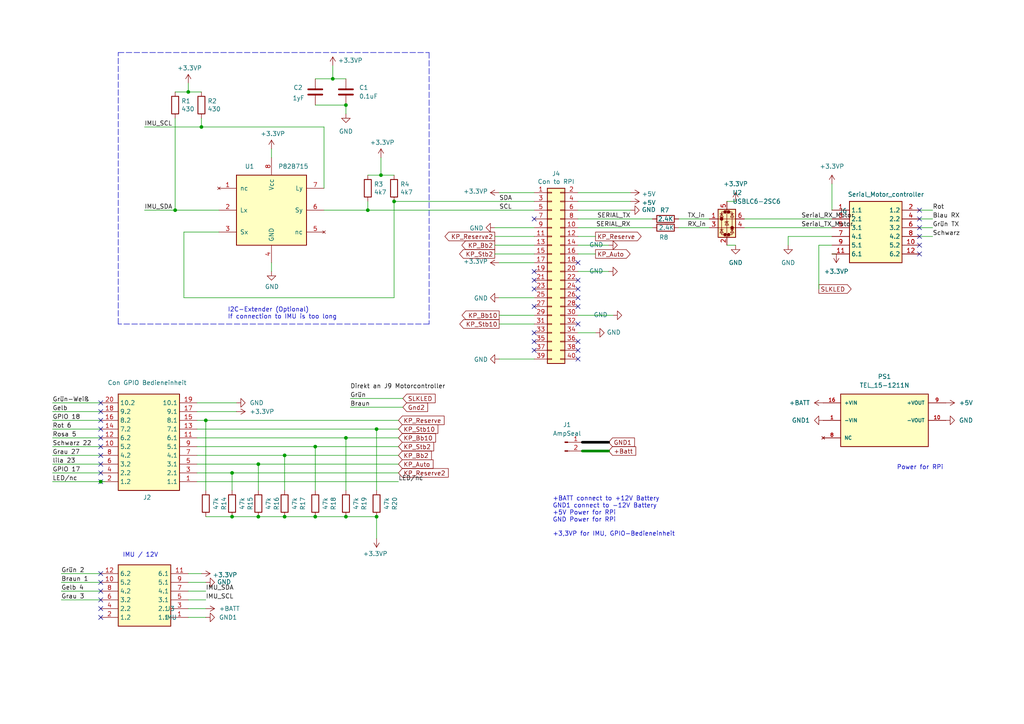
<source format=kicad_sch>
(kicad_sch (version 20231120) (generator "eeschema") (generator_version "8.0")
  (paper "A4")
  (lib_symbols
    (symbol "Connector:Conn_01x02_Pin" (pin_names (offset 1.016) hide)
      (property "Reference" "J" (at 0 2.54 0))
      (property "Value" "Conn_01x02_Pin" (at 0 -5.08 0))
      (symbol "Conn_01x02_Pin_1_1"
        (polyline (pts (xy 1.27 -2.54) (xy 0.8636 -2.54)) (stroke (width 0.1524)))
        (polyline (pts (xy 1.27 0) (xy 0.8636 0)) (stroke (width 0.1524)))
        (rectangle (start 0.8636 -2.413) (end 0 -2.667) (stroke (width 0.1524)) (fill (type outline)))
        (rectangle (start 0.8636 0.127) (end 0 -0.127) (stroke (width 0.1524)) (fill (type outline)))
        (pin passive line (at 5.08 0 180) (length 3.81) (name "Pin_1") (number "1"))
        (pin passive line (at 5.08 -2.54 180) (length 3.81) (name "Pin_2") (number "2"))
      )
    )
    (symbol "Device:C" (pin_numbers hide) (pin_names (offset 0.254))
      (property "Reference" "C" (at 0.635 2.54 0))
      (property "Value" "C" (at 0.635 -2.54 0))
      (symbol "C_0_1"
        (polyline (pts (xy -2.032 -0.762) (xy 2.032 -0.762)) (stroke (width 0.508)))
        (polyline (pts (xy -2.032 0.762) (xy 2.032 0.762)) (stroke (width 0.508)))
      )
      (symbol "C_1_1"
        (pin passive line (at 0 3.81 270) (length 2.794) (name "~") (number "1"))
        (pin passive line (at 0 -3.81 90) (length 2.794) (name "~") (number "2"))
      )
    )
    (symbol "Device:R" (pin_numbers hide) (pin_names (offset 0))
      (property "Reference" "R" (at 2.032 0 90))
      (property "Value" "R" (at 0 0 90))
      (symbol "R_0_1"
        (rectangle (start -1.016 -2.54) (end 1.016 2.54) (stroke (width 0.254)))
      )
      (symbol "R_1_1"
        (pin passive line (at 0 3.81 270) (length 1.27) (name "~") (number "1"))
        (pin passive line (at 0 -3.81 90) (length 1.27) (name "~") (number "2"))
      )
    )
    (symbol "Power_Protection:USBLC6-2SC6" (pin_names hide)
      (property "Reference" "U" (at 0.635 5.715 0))
      (property "Value" "USBLC6-2SC6" (at 0.635 3.81 0))
      (symbol "USBLC6-2SC6_0_0"
        (circle (center -1.524 0) (radius 0.0001) (stroke (width 0.508)))
        (circle (center -0.508 -4.572) (radius 0.0001) (stroke (width 0.508)))
        (circle (center -0.508 2.032) (radius 0.0001) (stroke (width 0.508)))
        (circle (center 0.508 -4.572) (radius 0.0001) (stroke (width 0.508)))
        (circle (center 0.508 2.032) (radius 0.0001) (stroke (width 0.508)))
        (circle (center 1.524 -2.54) (radius 0.0001) (stroke (width 0.508)))
      )
      (symbol "USBLC6-2SC6_0_1"
        (polyline (pts (xy -2.54 -2.54) (xy 2.54 -2.54)))
        (polyline (pts (xy -2.54 0) (xy 2.54 0)))
        (polyline (pts (xy -2.032 -3.048) (xy -1.016 -3.048)))
        (polyline (pts (xy -1.016 1.524) (xy -2.032 1.524)))
        (polyline (pts (xy 1.016 -3.048) (xy 2.032 -3.048)))
        (polyline (pts (xy 1.016 1.524) (xy 2.032 1.524)))
        (polyline (pts (xy -0.508 -1.143) (xy -0.508 -0.762) (xy 0.508 -0.762)))
        (polyline (pts (xy -2.032 0.508) (xy -1.016 0.508) (xy -1.524 1.524) (xy -2.032 0.508)))
        (polyline (pts (xy -1.016 -4.064) (xy -2.032 -4.064) (xy -1.524 -3.048) (xy -1.016 -4.064)))
        (polyline (pts (xy 0.508 -1.778) (xy -0.508 -1.778) (xy 0 -0.762) (xy 0.508 -1.778)))
        (polyline (pts (xy 2.032 -4.064) (xy 1.016 -4.064) (xy 1.524 -3.048) (xy 2.032 -4.064)))
        (polyline (pts (xy 2.032 0.508) (xy 1.016 0.508) (xy 1.524 1.524) (xy 2.032 0.508)))
        (polyline (pts (xy 0 2.54) (xy -0.508 2.032) (xy 0.508 2.032) (xy 0 1.524) (xy 0 -4.064) (xy -0.508 -4.572) (xy 0.508 -4.572) (xy 0 -5.08)))
      )
      (symbol "USBLC6-2SC6_1_1"
        (rectangle (start -2.54 2.794) (end 2.54 -5.334) (stroke (width 0.254)) (fill (type background)))
        (polyline (pts (xy -0.508 2.032) (xy -1.524 2.032) (xy -1.524 -4.572) (xy -0.508 -4.572)))
        (polyline (pts (xy 0.508 -4.572) (xy 1.524 -4.572) (xy 1.524 2.032) (xy 0.508 2.032)))
        (pin passive line (at -5.08 0 0) (length 2.54) (name "I/O1") (number "1"))
        (pin passive line (at 0 -7.62 90) (length 2.54) (name "GND") (number "2"))
        (pin passive line (at -5.08 -2.54 0) (length 2.54) (name "I/O2") (number "3"))
        (pin passive line (at 5.08 -2.54 180) (length 2.54) (name "I/O2") (number "4"))
        (pin passive line (at 0 5.08 270) (length 2.54) (name "VBUS") (number "5"))
        (pin passive line (at 5.08 0 180) (length 2.54) (name "I/O1") (number "6"))
      )
    )
    (symbol "TEL_15-1211N:TEL_15-1211N" (pin_names (offset 1.016))
      (property "Reference" "PS" (at -12.7 8.382 0))
      (property "Value" "TEL_15-1211N" (at -12.954 -10.414 0))
      (symbol "TEL_15-1211N_0_0"
        (rectangle (start -12.7 -7.62) (end 12.7 7.62) (stroke (width 0.254)) (fill (type background)))
        (pin input line (at -17.78 0 0) (length 5.08) (name "-VIN") (number "1"))
        (pin output line (at 17.78 0 180) (length 5.08) (name "-VOUT") (number "10"))
        (pin input line (at -17.78 5.08 0) (length 5.08) (name "+VIN") (number "16"))
        (pin no_connect line (at -17.78 -5.08 0) (length 5.08) (name "NC") (number "8"))
        (pin output line (at 17.78 5.08 180) (length 5.08) (name "+VOUT") (number "9"))
      )
    )
    (symbol "WAGO_218-106:218-106"
      (property "Reference" "J" (at 21.59 7.62 0))
      (property "Value" "218-106" (at 21.59 5.08 0))
      (symbol "218-106_1_1"
        (rectangle (start 5.08 2.54) (end 20.32 -15.24) (stroke (width 0.254)) (fill (type background)))
        (pin passive line (at 0 0 0) (length 5.08) (name "1.1") (number "1"))
        (pin passive line (at 25.4 -10.16 180) (length 5.08) (name "5.2") (number "10"))
        (pin passive line (at 0 -12.7 0) (length 5.08) (name "6.1") (number "11"))
        (pin passive line (at 25.4 -12.7 180) (length 5.08) (name "6.2") (number "12"))
        (pin passive line (at 25.4 0 180) (length 5.08) (name "1.2") (number "2"))
        (pin passive line (at 0 -2.54 0) (length 5.08) (name "2.1") (number "3"))
        (pin passive line (at 25.4 -2.54 180) (length 5.08) (name "2.2") (number "4"))
        (pin passive line (at 0 -5.08 0) (length 5.08) (name "3.1") (number "5"))
        (pin passive line (at 25.4 -5.08 180) (length 5.08) (name "3.2") (number "6"))
        (pin passive line (at 0 -7.62 0) (length 5.08) (name "4.1") (number "7"))
        (pin passive line (at 25.4 -7.62 180) (length 5.08) (name "4.2") (number "8"))
        (pin passive line (at 0 -10.16 0) (length 5.08) (name "5.1") (number "9"))
      )
    )
    (symbol "WAGO_218-510:218-510"
      (property "Reference" "J" (at 24.13 7.62 0))
      (property "Value" "218-510" (at 24.13 5.08 0))
      (symbol "218-510_1_1"
        (rectangle (start 5.08 2.54) (end 22.86 -25.4) (stroke (width 0.254)) (fill (type background)))
        (pin passive line (at 0 0 0) (length 5.08) (name "1.1") (number "1"))
        (pin passive line (at 27.94 -10.16 180) (length 5.08) (name "5.2") (number "10"))
        (pin passive line (at 0 -12.7 0) (length 5.08) (name "6.1") (number "11"))
        (pin passive line (at 27.94 -12.7 180) (length 5.08) (name "6.2") (number "12"))
        (pin passive line (at 0 -15.24 0) (length 5.08) (name "7.1") (number "13"))
        (pin passive line (at 27.94 -15.24 180) (length 5.08) (name "7.2") (number "14"))
        (pin passive line (at 0 -17.78 0) (length 5.08) (name "8.1") (number "15"))
        (pin passive line (at 27.94 -17.78 180) (length 5.08) (name "8.2") (number "16"))
        (pin passive line (at 0 -20.32 0) (length 5.08) (name "9.1") (number "17"))
        (pin passive line (at 27.94 -20.32 180) (length 5.08) (name "9.2") (number "18"))
        (pin passive line (at 0 -22.86 0) (length 5.08) (name "10.1") (number "19"))
        (pin passive line (at 27.94 0 180) (length 5.08) (name "1.2") (number "2"))
        (pin passive line (at 27.94 -22.86 180) (length 5.08) (name "10.2") (number "20"))
        (pin passive line (at 0 -2.54 0) (length 5.08) (name "2.1") (number "3"))
        (pin passive line (at 27.94 -2.54 180) (length 5.08) (name "2.2") (number "4"))
        (pin passive line (at 0 -5.08 0) (length 5.08) (name "3.1") (number "5"))
        (pin passive line (at 27.94 -5.08 180) (length 5.08) (name "3.2") (number "6"))
        (pin passive line (at 0 -7.62 0) (length 5.08) (name "4.1") (number "7"))
        (pin passive line (at 27.94 -7.62 180) (length 5.08) (name "4.2") (number "8"))
        (pin passive line (at 0 -10.16 0) (length 5.08) (name "5.1") (number "9"))
      )
    )
    (symbol "power:+3.3VP" (power) (pin_numbers hide) (pin_names (offset 0) hide)
      (property "Value" "+3.3VP" (at 0 3.556 0))
      (symbol "+3.3VP_0_0"
        (pin power_in line (at 0 0 90) (length 0) (name "~") (number "1"))
      )
      (symbol "+3.3VP_0_1"
        (polyline (pts (xy -0.762 1.27) (xy 0 2.54)))
        (polyline (pts (xy 0 0) (xy 0 2.54)))
        (polyline (pts (xy 0 2.54) (xy 0.762 1.27)))
      )
    )
    (symbol "power:+5V" (power) (pin_numbers hide) (pin_names (offset 0) hide)
      (property "Value" "+5V" (at 0 3.556 0))
      (symbol "+5V_0_1"
        (polyline (pts (xy -0.762 1.27) (xy 0 2.54)))
        (polyline (pts (xy 0 0) (xy 0 2.54)))
        (polyline (pts (xy 0 2.54) (xy 0.762 1.27)))
      )
      (symbol "+5V_1_1"
        (pin power_in line (at 0 0 90) (length 0) (name "~") (number "1"))
      )
    )
    (symbol "power:+BATT" (power) (pin_numbers hide) (pin_names (offset 0) hide)
      (property "Value" "+BATT" (at 0 3.556 0))
      (symbol "+BATT_0_1"
        (polyline (pts (xy -0.762 1.27) (xy 0 2.54)))
        (polyline (pts (xy 0 0) (xy 0 2.54)))
        (polyline (pts (xy 0 2.54) (xy 0.762 1.27)))
      )
      (symbol "+BATT_1_1"
        (pin power_in line (at 0 0 90) (length 0) (name "~") (number "1"))
      )
    )
    (symbol "power:GND" (power) (pin_numbers hide) (pin_names (offset 0) hide)
      (property "Value" "GND" (at 0 -3.81 0))
      (symbol "GND_0_1"
        (polyline (pts (xy 0 0) (xy 0 -1.27) (xy 1.27 -1.27) (xy 0 -2.54) (xy -1.27 -1.27) (xy 0 -1.27)))
      )
      (symbol "GND_1_1"
        (pin power_in line (at 0 0 270) (length 0) (name "~") (number "1"))
      )
    )
    (symbol "power:GND1" (power) (pin_numbers hide) (pin_names (offset 0) hide)
      (property "Value" "GND1" (at 0 -3.81 0))
      (symbol "GND1_0_1"
        (polyline (pts (xy 0 0) (xy 0 -1.27) (xy 1.27 -1.27) (xy 0 -2.54) (xy -1.27 -1.27) (xy 0 -1.27)))
      )
      (symbol "GND1_1_1"
        (pin power_in line (at 0 0 270) (length 0) (name "~") (number "1"))
      )
    )
    (symbol "pypilotmain2024-rescue:+3.3VP-power-pypilotmain-rescue-pypilotmain2023-rescue" (power) (pin_names (offset 0))
      (property "Value" "pypilotmain2023-rescue_+3.3VP-power-pypilotmain-rescue" (at 0 2.54 0))
      (symbol "+3.3VP-power-pypilotmain-rescue-pypilotmain2023-rescue_0_0"
        (pin power_in line (at 0 0 90) (length 0) hide (name "+3.3VP") (number "1"))
      )
      (symbol "+3.3VP-power-pypilotmain-rescue-pypilotmain2023-rescue_0_1"
        (polyline (pts (xy -0.762 1.27) (xy 0 2.54)))
        (polyline (pts (xy 0 0) (xy 0 2.54)))
        (polyline (pts (xy 0 2.54) (xy 0.762 1.27)))
      )
    )
    (symbol "pypilotmain2024-rescue:+5V-power-pypilotmain-rescue-pypilotmain2023-rescue" (power) (pin_names (offset 0))
      (property "Value" "pypilotmain2023-rescue_+5V-power-pypilotmain-rescue" (at 0 3.556 0))
      (symbol "+5V-power-pypilotmain-rescue-pypilotmain2023-rescue_0_1"
        (polyline (pts (xy -0.762 1.27) (xy 0 2.54)))
        (polyline (pts (xy 0 0) (xy 0 2.54)))
        (polyline (pts (xy 0 2.54) (xy 0.762 1.27)))
      )
      (symbol "+5V-power-pypilotmain-rescue-pypilotmain2023-rescue_1_1"
        (pin power_in line (at 0 0 90) (length 0) hide (name "+5V") (number "1"))
      )
    )
    (symbol "pypilotmain2024-rescue:+BATT-power-pypilotmain-rescue-pypilotmain2023-rescue" (power) (pin_names (offset 0))
      (property "Value" "pypilotmain2023-rescue_+BATT-power-pypilotmain-rescue" (at 0 3.556 0))
      (symbol "+BATT-power-pypilotmain-rescue-pypilotmain2023-rescue_0_1"
        (polyline (pts (xy -0.762 1.27) (xy 0 2.54)))
        (polyline (pts (xy 0 0) (xy 0 2.54)))
        (polyline (pts (xy 0 2.54) (xy 0.762 1.27)))
      )
      (symbol "+BATT-power-pypilotmain-rescue-pypilotmain2023-rescue_1_1"
        (pin power_in line (at 0 0 90) (length 0) hide (name "+BATT") (number "1"))
      )
    )
    (symbol "pypilotmain2024-rescue:Conn_02x20_Odd_Even-Connector_Generic-pypilotmain-rescue-pypilotmain2023-rescue" (pin_names (offset 1.016) hide)
      (property "Reference" "J" (at 1.27 25.4 0))
      (property "Value" "pypilotmain2023-rescue_Conn_02x20_Odd_Even-Connector_Generic-pypilotmain-rescue" (at 1.27 -27.94 0))
      (symbol "Conn_02x20_Odd_Even-Connector_Generic-pypilotmain-rescue-pypilotmain2023-rescue_1_1"
        (rectangle (start -1.27 -25.273) (end 0 -25.527) (stroke (width 0.1524)))
        (rectangle (start -1.27 -22.733) (end 0 -22.987) (stroke (width 0.1524)))
        (rectangle (start -1.27 -20.193) (end 0 -20.447) (stroke (width 0.1524)))
        (rectangle (start -1.27 -17.653) (end 0 -17.907) (stroke (width 0.1524)))
        (rectangle (start -1.27 -15.113) (end 0 -15.367) (stroke (width 0.1524)))
        (rectangle (start -1.27 -12.573) (end 0 -12.827) (stroke (width 0.1524)))
        (rectangle (start -1.27 -10.033) (end 0 -10.287) (stroke (width 0.1524)))
        (rectangle (start -1.27 -7.493) (end 0 -7.747) (stroke (width 0.1524)))
        (rectangle (start -1.27 -4.953) (end 0 -5.207) (stroke (width 0.1524)))
        (rectangle (start -1.27 -2.413) (end 0 -2.667) (stroke (width 0.1524)))
        (rectangle (start -1.27 0.127) (end 0 -0.127) (stroke (width 0.1524)))
        (rectangle (start -1.27 2.667) (end 0 2.413) (stroke (width 0.1524)))
        (rectangle (start -1.27 5.207) (end 0 4.953) (stroke (width 0.1524)))
        (rectangle (start -1.27 7.747) (end 0 7.493) (stroke (width 0.1524)))
        (rectangle (start -1.27 10.287) (end 0 10.033) (stroke (width 0.1524)))
        (rectangle (start -1.27 12.827) (end 0 12.573) (stroke (width 0.1524)))
        (rectangle (start -1.27 15.367) (end 0 15.113) (stroke (width 0.1524)))
        (rectangle (start -1.27 17.907) (end 0 17.653) (stroke (width 0.1524)))
        (rectangle (start -1.27 20.447) (end 0 20.193) (stroke (width 0.1524)))
        (rectangle (start -1.27 22.987) (end 0 22.733) (stroke (width 0.1524)))
        (rectangle (start -1.27 24.13) (end 3.81 -26.67) (stroke (width 0.254)) (fill (type background)))
        (rectangle (start 3.81 -25.273) (end 2.54 -25.527) (stroke (width 0.1524)))
        (rectangle (start 3.81 -22.733) (end 2.54 -22.987) (stroke (width 0.1524)))
        (rectangle (start 3.81 -20.193) (end 2.54 -20.447) (stroke (width 0.1524)))
        (rectangle (start 3.81 -17.653) (end 2.54 -17.907) (stroke (width 0.1524)))
        (rectangle (start 3.81 -15.113) (end 2.54 -15.367) (stroke (width 0.1524)))
        (rectangle (start 3.81 -12.573) (end 2.54 -12.827) (stroke (width 0.1524)))
        (rectangle (start 3.81 -10.033) (end 2.54 -10.287) (stroke (width 0.1524)))
        (rectangle (start 3.81 -7.493) (end 2.54 -7.747) (stroke (width 0.1524)))
        (rectangle (start 3.81 -4.953) (end 2.54 -5.207) (stroke (width 0.1524)))
        (rectangle (start 3.81 -2.413) (end 2.54 -2.667) (stroke (width 0.1524)))
        (rectangle (start 3.81 0.127) (end 2.54 -0.127) (stroke (width 0.1524)))
        (rectangle (start 3.81 2.667) (end 2.54 2.413) (stroke (width 0.1524)))
        (rectangle (start 3.81 5.207) (end 2.54 4.953) (stroke (width 0.1524)))
        (rectangle (start 3.81 7.747) (end 2.54 7.493) (stroke (width 0.1524)))
        (rectangle (start 3.81 10.287) (end 2.54 10.033) (stroke (width 0.1524)))
        (rectangle (start 3.81 12.827) (end 2.54 12.573) (stroke (width 0.1524)))
        (rectangle (start 3.81 15.367) (end 2.54 15.113) (stroke (width 0.1524)))
        (rectangle (start 3.81 17.907) (end 2.54 17.653) (stroke (width 0.1524)))
        (rectangle (start 3.81 20.447) (end 2.54 20.193) (stroke (width 0.1524)))
        (rectangle (start 3.81 22.987) (end 2.54 22.733) (stroke (width 0.1524)))
        (pin passive line (at -5.08 22.86 0) (length 3.81) (name "Pin_1") (number "1"))
        (pin passive line (at 7.62 12.7 180) (length 3.81) (name "Pin_10") (number "10"))
        (pin passive line (at -5.08 10.16 0) (length 3.81) (name "Pin_11") (number "11"))
        (pin passive line (at 7.62 10.16 180) (length 3.81) (name "Pin_12") (number "12"))
        (pin passive line (at -5.08 7.62 0) (length 3.81) (name "Pin_13") (number "13"))
        (pin passive line (at 7.62 7.62 180) (length 3.81) (name "Pin_14") (number "14"))
        (pin passive line (at -5.08 5.08 0) (length 3.81) (name "Pin_15") (number "15"))
        (pin passive line (at 7.62 5.08 180) (length 3.81) (name "Pin_16") (number "16"))
        (pin passive line (at -5.08 2.54 0) (length 3.81) (name "Pin_17") (number "17"))
        (pin passive line (at 7.62 2.54 180) (length 3.81) (name "Pin_18") (number "18"))
        (pin passive line (at -5.08 0 0) (length 3.81) (name "Pin_19") (number "19"))
        (pin passive line (at 7.62 22.86 180) (length 3.81) (name "Pin_2") (number "2"))
        (pin passive line (at 7.62 0 180) (length 3.81) (name "Pin_20") (number "20"))
        (pin passive line (at -5.08 -2.54 0) (length 3.81) (name "Pin_21") (number "21"))
        (pin passive line (at 7.62 -2.54 180) (length 3.81) (name "Pin_22") (number "22"))
        (pin passive line (at -5.08 -5.08 0) (length 3.81) (name "Pin_23") (number "23"))
        (pin passive line (at 7.62 -5.08 180) (length 3.81) (name "Pin_24") (number "24"))
        (pin passive line (at -5.08 -7.62 0) (length 3.81) (name "Pin_25") (number "25"))
        (pin passive line (at 7.62 -7.62 180) (length 3.81) (name "Pin_26") (number "26"))
        (pin passive line (at -5.08 -10.16 0) (length 3.81) (name "Pin_27") (number "27"))
        (pin passive line (at 7.62 -10.16 180) (length 3.81) (name "Pin_28") (number "28"))
        (pin passive line (at -5.08 -12.7 0) (length 3.81) (name "Pin_29") (number "29"))
        (pin passive line (at -5.08 20.32 0) (length 3.81) (name "Pin_3") (number "3"))
        (pin passive line (at 7.62 -12.7 180) (length 3.81) (name "Pin_30") (number "30"))
        (pin passive line (at -5.08 -15.24 0) (length 3.81) (name "Pin_31") (number "31"))
        (pin passive line (at 7.62 -15.24 180) (length 3.81) (name "Pin_32") (number "32"))
        (pin passive line (at -5.08 -17.78 0) (length 3.81) (name "Pin_33") (number "33"))
        (pin passive line (at 7.62 -17.78 180) (length 3.81) (name "Pin_34") (number "34"))
        (pin passive line (at -5.08 -20.32 0) (length 3.81) (name "Pin_35") (number "35"))
        (pin passive line (at 7.62 -20.32 180) (length 3.81) (name "Pin_36") (number "36"))
        (pin passive line (at -5.08 -22.86 0) (length 3.81) (name "Pin_37") (number "37"))
        (pin passive line (at 7.62 -22.86 180) (length 3.81) (name "Pin_38") (number "38"))
        (pin passive line (at -5.08 -25.4 0) (length 3.81) (name "Pin_39") (number "39"))
        (pin passive line (at 7.62 20.32 180) (length 3.81) (name "Pin_4") (number "4"))
        (pin passive line (at 7.62 -25.4 180) (length 3.81) (name "Pin_40") (number "40"))
        (pin passive line (at -5.08 17.78 0) (length 3.81) (name "Pin_5") (number "5"))
        (pin passive line (at 7.62 17.78 180) (length 3.81) (name "Pin_6") (number "6"))
        (pin passive line (at -5.08 15.24 0) (length 3.81) (name "Pin_7") (number "7"))
        (pin passive line (at 7.62 15.24 180) (length 3.81) (name "Pin_8") (number "8"))
        (pin passive line (at -5.08 12.7 0) (length 3.81) (name "Pin_9") (number "9"))
      )
    )
    (symbol "pypilotmain2024-rescue:GND-power-pypilotmain-rescue-pypilotmain2023-rescue" (power) (pin_names (offset 0))
      (property "Value" "pypilotmain2023-rescue_GND-power-pypilotmain-rescue" (at 0 -3.81 0))
      (symbol "GND-power-pypilotmain-rescue-pypilotmain2023-rescue_0_1"
        (polyline (pts (xy 0 0) (xy 0 -1.27) (xy 1.27 -1.27) (xy 0 -2.54) (xy -1.27 -1.27) (xy 0 -1.27)))
      )
      (symbol "GND-power-pypilotmain-rescue-pypilotmain2023-rescue_1_1"
        (pin power_in line (at 0 0 270) (length 0) hide (name "GND") (number "1"))
      )
    )
    (symbol "pypilotmain2024-rescue:P82B715-MCU_Microchip_PIC10-pypilotmain-rescue-pypilotmain-rescue-pypilotmain2023-rescue" (pin_names (offset 1.016))
      (property "Reference" "U" (at 1.27 13.97 0))
      (property "Value" "pypilotmain2023-rescue_P82B715-MCU_Microchip_PIC10-pypilotmain-rescue-pypilotmain-rescue" (at 1.27 11.43 0))
      (symbol "P82B715-MCU_Microchip_PIC10-pypilotmain-rescue-pypilotmain-rescue-pypilotmain2023-rescue_0_1"
        (rectangle (start -10.16 10.16) (end 10.16 -10.16) (stroke (width 0.254)) (fill (type background)))
      )
      (symbol "P82B715-MCU_Microchip_PIC10-pypilotmain-rescue-pypilotmain-rescue-pypilotmain2023-rescue_1_1"
        (pin no_connect line (at -15.24 6.35 0) (length 5.08) (name "nc") (number "1"))
        (pin bidirectional line (at -15.24 0 0) (length 5.08) (name "Lx") (number "2"))
        (pin bidirectional line (at -15.24 -6.35 0) (length 5.08) (name "Sx") (number "3"))
        (pin power_in line (at 0 -15.24 90) (length 5.08) (name "GND") (number "4"))
        (pin no_connect line (at 15.24 -6.35 180) (length 5.08) (name "nc") (number "5"))
        (pin bidirectional line (at 15.24 0 180) (length 5.08) (name "Sy") (number "6"))
        (pin bidirectional line (at 15.24 6.35 180) (length 5.08) (name "Ly") (number "7"))
        (pin power_in line (at 0 15.24 270) (length 5.08) (name "Vcc") (number "8"))
      )
    )
    (symbol "pypilotmain2024-rescue:R-Device-pypilotmain-rescue-pypilotmain2023-rescue" (pin_numbers hide) (pin_names (offset 0))
      (property "Reference" "R" (at 2.032 0 90))
      (property "Value" "pypilotmain2023-rescue_R-Device-pypilotmain-rescue" (at 0 0 90))
      (symbol "R-Device-pypilotmain-rescue-pypilotmain2023-rescue_0_1"
        (rectangle (start -1.016 -2.54) (end 1.016 2.54) (stroke (width 0.254)))
      )
      (symbol "R-Device-pypilotmain-rescue-pypilotmain2023-rescue_1_1"
        (pin passive line (at 0 3.81 270) (length 1.27) (name "~") (number "1"))
        (pin passive line (at 0 -3.81 90) (length 1.27) (name "~") (number "2"))
      )
    )
  )
  (junction (at 50.8 60.96))
  (junction (at 106.68 60.96))
  (junction (at 100.33 30.48))
  (junction (at 29.21 139.7))
  (junction (at 67.31 149.86))
  (junction (at 67.31 137.16))
  (junction (at 100.33 149.86))
  (junction (at 96.52 22.86))
  (junction (at 109.22 124.46))
  (junction (at 74.93 149.86))
  (junction (at 110.49 50.8))
  (junction (at 91.44 149.86))
  (junction (at 100.33 127))
  (junction (at 58.42 36.83))
  (junction (at 54.61 26.67))
  (junction (at 109.22 149.86))
  (junction (at 82.55 132.08))
  (junction (at 74.93 134.62))
  (junction (at 82.55 149.86))
  (junction (at 59.69 121.92))
  (junction (at 114.3 58.42))
  (junction (at 91.44 129.54))
  (no_connect (at 154.94 101.6))
  (no_connect (at 266.7 71.12))
  (no_connect (at 167.64 99.06))
  (no_connect (at 29.21 119.38))
  (no_connect (at 29.21 127))
  (no_connect (at 167.64 86.36))
  (no_connect (at 29.21 116.84))
  (no_connect (at 167.64 76.2))
  (no_connect (at 154.94 83.82))
  (no_connect (at 167.64 83.82))
  (no_connect (at 167.64 104.14))
  (no_connect (at 29.21 137.16))
  (no_connect (at 29.21 134.62))
  (no_connect (at 266.7 73.66))
  (no_connect (at 266.7 60.96))
  (no_connect (at 29.21 166.37))
  (no_connect (at 154.94 63.5))
  (no_connect (at 167.64 81.28))
  (no_connect (at 29.21 168.91))
  (no_connect (at 266.7 63.5))
  (no_connect (at 154.94 78.74))
  (no_connect (at 29.21 176.53))
  (no_connect (at 266.7 66.04))
  (no_connect (at 167.64 88.9))
  (no_connect (at 154.94 81.28))
  (no_connect (at 29.21 179.07))
  (no_connect (at 154.94 88.9))
  (no_connect (at 266.7 68.58))
  (no_connect (at 167.64 93.98))
  (no_connect (at 29.21 171.45))
  (no_connect (at 29.21 129.54))
  (no_connect (at 154.94 96.52))
  (no_connect (at 29.21 139.7))
  (no_connect (at 154.94 99.06))
  (no_connect (at 29.21 132.08))
  (no_connect (at 29.21 124.46))
  (no_connect (at 29.21 173.99))
  (no_connect (at 29.21 121.92))
  (no_connect (at 167.64 101.6))
  (wire (pts (xy 241.3 53.34) (xy 241.3 60.96)))
  (wire (pts (xy 57.15 134.62) (xy 74.93 134.62)))
  (wire (pts (xy 57.15 127) (xy 100.33 127)))
  (wire (pts (xy 100.33 127) (xy 115.57 127)))
  (wire (pts (xy 143.51 66.04) (xy 154.94 66.04)))
  (wire (pts (xy 210.82 58.42) (xy 213.36 58.42)))
  (wire (pts (xy 17.78 166.37) (xy 29.21 166.37)))
  (wire (pts (xy 196.85 66.04) (xy 205.74 66.04)))
  (wire (pts (xy 210.82 71.12) (xy 213.36 71.12)))
  (wire (pts (xy 167.64 66.04) (xy 189.23 66.04)))
  (wire (pts (xy 54.61 176.53) (xy 59.69 176.53)))
  (wire (pts (xy 167.64 55.88) (xy 182.88 55.88)))
  (wire (pts (xy 154.94 93.98) (xy 144.78 93.98)))
  (wire (pts (xy 15.24 132.08) (xy 29.21 132.08)))
  (wire (pts (xy 17.78 171.45) (xy 29.21 171.45)))
  (wire (pts (xy 54.61 179.07) (xy 59.69 179.07)))
  (polyline (pts (xy 34.29 15.24) (xy 124.46 15.24)) (stroke (width 0) (type dash)))
  (wire (pts (xy 57.15 121.92) (xy 59.69 121.92)))
  (wire (pts (xy 54.61 166.37) (xy 58.42 166.37)))
  (wire (pts (xy 82.55 142.24) (xy 82.55 132.08)))
  (wire (pts (xy 54.61 26.67) (xy 54.61 24.13)))
  (wire (pts (xy 54.61 171.45) (xy 59.69 171.45)))
  (wire (pts (xy 15.24 124.46) (xy 29.21 124.46)))
  (wire (pts (xy 57.15 139.7) (xy 115.57 139.7)))
  (wire (pts (xy 67.31 137.16) (xy 115.57 137.16)))
  (wire (pts (xy 168.91 130.81) (xy 176.53 130.81)) (stroke (width 0.762) (color 0 132 0 1)))
  (wire (pts (xy 110.49 45.72) (xy 110.49 50.8)))
  (wire (pts (xy 91.44 30.48) (xy 100.33 30.48)))
  (wire (pts (xy 78.74 43.18) (xy 78.74 45.72)))
  (wire (pts (xy 167.64 96.52) (xy 172.72 96.52)))
  (wire (pts (xy 54.61 173.99) (xy 59.69 173.99)))
  (wire (pts (xy 15.24 134.62) (xy 29.21 134.62)))
  (wire (pts (xy 143.51 71.12) (xy 154.94 71.12)))
  (wire (pts (xy 196.85 63.5) (xy 205.74 63.5)))
  (wire (pts (xy 154.94 86.36) (xy 144.78 86.36)))
  (wire (pts (xy 101.6 118.11) (xy 116.84 118.11)))
  (wire (pts (xy 106.68 58.42) (xy 106.68 60.96)))
  (wire (pts (xy 215.9 66.04) (xy 241.3 66.04)))
  (wire (pts (xy 167.64 63.5) (xy 189.23 63.5)))
  (wire (pts (xy 106.68 50.8) (xy 110.49 50.8)))
  (wire (pts (xy 57.15 119.38) (xy 68.58 119.38)))
  (polyline (pts (xy 124.46 93.98) (xy 34.29 93.98)) (stroke (width 0) (type dash)))
  (wire (pts (xy 167.64 58.42) (xy 182.88 58.42)))
  (wire (pts (xy 54.61 168.91) (xy 59.69 168.91)))
  (wire (pts (xy 15.24 137.16) (xy 29.21 137.16)))
  (wire (pts (xy 266.7 60.96) (xy 270.51 60.96)))
  (wire (pts (xy 58.42 34.29) (xy 58.42 36.83)))
  (wire (pts (xy 74.93 134.62) (xy 115.57 134.62)))
  (wire (pts (xy 15.24 129.54) (xy 29.21 129.54)))
  (wire (pts (xy 15.24 119.38) (xy 29.21 119.38)))
  (wire (pts (xy 154.94 68.58) (xy 143.51 68.58)))
  (wire (pts (xy 74.93 149.86) (xy 82.55 149.86)))
  (wire (pts (xy 53.34 86.36) (xy 114.3 86.36)))
  (wire (pts (xy 91.44 142.24) (xy 91.44 129.54)))
  (wire (pts (xy 67.31 149.86) (xy 74.93 149.86)))
  (wire (pts (xy 154.94 91.44) (xy 144.78 91.44)))
  (wire (pts (xy 91.44 22.86) (xy 96.52 22.86)))
  (wire (pts (xy 167.64 78.74) (xy 176.53 78.74)))
  (wire (pts (xy 167.64 91.44) (xy 177.8 91.44)))
  (wire (pts (xy 57.15 116.84) (xy 68.58 116.84)))
  (wire (pts (xy 114.3 86.36) (xy 114.3 58.42)))
  (wire (pts (xy 15.24 116.84) (xy 29.21 116.84)))
  (wire (pts (xy 67.31 142.24) (xy 67.31 137.16)))
  (wire (pts (xy 168.91 128.27) (xy 176.53 128.27)) (stroke (width 0.762) (color 0 0 0 1)))
  (wire (pts (xy 17.78 173.99) (xy 29.21 173.99)))
  (wire (pts (xy 78.74 76.2) (xy 78.74 78.74)))
  (wire (pts (xy 154.94 104.14) (xy 144.78 104.14)))
  (wire (pts (xy 154.94 55.88) (xy 144.78 55.88)))
  (wire (pts (xy 106.68 60.96) (xy 154.94 60.96)))
  (wire (pts (xy 29.21 139.7) (xy 30.48 139.7)))
  (wire (pts (xy 50.8 26.67) (xy 54.61 26.67)))
  (wire (pts (xy 57.15 124.46) (xy 109.22 124.46)))
  (polyline (pts (xy 34.29 93.98) (xy 34.29 15.24)) (stroke (width 0) (type dash)))
  (wire (pts (xy 54.61 26.67) (xy 58.42 26.67)))
  (wire (pts (xy 59.69 121.92) (xy 115.57 121.92)))
  (wire (pts (xy 270.51 66.04) (xy 266.7 66.04)))
  (wire (pts (xy 41.91 36.83) (xy 58.42 36.83)))
  (wire (pts (xy 57.15 129.54) (xy 91.44 129.54)))
  (wire (pts (xy 15.24 127) (xy 29.21 127)))
  (wire (pts (xy 91.44 129.54) (xy 115.57 129.54)))
  (wire (pts (xy 266.7 68.58) (xy 270.51 68.58)))
  (wire (pts (xy 242.57 73.66) (xy 241.3 73.66)))
  (wire (pts (xy 82.55 149.86) (xy 91.44 149.86)))
  (wire (pts (xy 167.64 71.12) (xy 176.53 71.12)))
  (wire (pts (xy 266.7 63.5) (xy 270.51 63.5)))
  (wire (pts (xy 91.44 149.86) (xy 100.33 149.86)))
  (wire (pts (xy 215.9 63.5) (xy 241.3 63.5)))
  (wire (pts (xy 114.3 58.42) (xy 154.94 58.42)))
  (wire (pts (xy 154.94 76.2) (xy 144.78 76.2)))
  (wire (pts (xy 50.8 34.29) (xy 50.8 60.96)))
  (wire (pts (xy 109.22 156.21) (xy 109.22 149.86)))
  (wire (pts (xy 17.78 168.91) (xy 29.21 168.91)))
  (wire (pts (xy 241.3 71.12) (xy 237.49 71.12)))
  (wire (pts (xy 15.24 139.7) (xy 29.21 139.7)))
  (wire (pts (xy 53.34 67.31) (xy 53.34 86.36)))
  (wire (pts (xy 237.49 71.12) (xy 237.49 83.82)))
  (wire (pts (xy 100.33 142.24) (xy 100.33 127)))
  (wire (pts (xy 82.55 132.08) (xy 115.57 132.08)))
  (wire (pts (xy 59.69 149.86) (xy 67.31 149.86)))
  (wire (pts (xy 167.64 73.66) (xy 172.72 73.66)))
  (wire (pts (xy 167.64 60.96) (xy 182.88 60.96)))
  (polyline (pts (xy 124.46 15.24) (xy 124.46 93.98)) (stroke (width 0) (type dash)))
  (wire (pts (xy 154.94 73.66) (xy 143.51 73.66)))
  (wire (pts (xy 59.69 142.24) (xy 59.69 121.92)))
  (wire (pts (xy 109.22 124.46) (xy 115.57 124.46)))
  (wire (pts (xy 41.91 60.96) (xy 50.8 60.96)))
  (wire (pts (xy 15.24 121.92) (xy 29.21 121.92)))
  (wire (pts (xy 93.98 60.96) (xy 106.68 60.96)))
  (wire (pts (xy 101.6 115.57) (xy 116.84 115.57)))
  (wire (pts (xy 96.52 22.86) (xy 100.33 22.86)))
  (wire (pts (xy 93.98 54.61) (xy 93.98 36.83)))
  (wire (pts (xy 100.33 149.86) (xy 109.22 149.86)))
  (wire (pts (xy 53.34 67.31) (xy 63.5 67.31)))
  (wire (pts (xy 57.15 137.16) (xy 67.31 137.16)))
  (wire (pts (xy 63.5 60.96) (xy 50.8 60.96)))
  (wire (pts (xy 100.33 30.48) (xy 100.33 33.02)))
  (wire (pts (xy 109.22 142.24) (xy 109.22 124.46)))
  (wire (pts (xy 74.93 142.24) (xy 74.93 134.62)))
  (wire (pts (xy 228.6 68.58) (xy 241.3 68.58)))
  (wire (pts (xy 93.98 36.83) (xy 58.42 36.83)))
  (wire (pts (xy 167.64 68.58) (xy 172.72 68.58)))
  (wire (pts (xy 110.49 50.8) (xy 114.3 50.8)))
  (wire (pts (xy 96.52 19.05) (xy 96.52 22.86)))
  (wire (pts (xy 228.6 68.58) (xy 228.6 71.12)))
  (wire (pts (xy 57.15 132.08) (xy 82.55 132.08)))
  (text "+BATT connect to +12V Battery\nGND1 connect to -12V Battery\n+5V Power for RPi  \nGND Power for RPi\n\n+3,3VP for IMU, GPIO-Bedieneinheit\n\n" (at 160.274 157.734 0) (effects (font (size 1.27 1.27)) (justify left bottom)))
  (text "I2C-Extender (Optional)\nIf connection to IMU is too long " (at 66.04 92.71 0) (effects (font (size 1.27 1.27)) (justify left bottom)))
  (text "Power for RPi " (at 260.096 136.398 0) (effects (font (size 1.27 1.27)) (justify left bottom)))
  (text "IMU / 12V" (at 35.56 161.798 0) (effects (font (size 1.27 1.27)) (justify left bottom)))
  (label "Direkt an J9 Motorcontroller" (at 101.6 113.03 0))
  (label "Rot" (at 270.51 60.96 0))
  (label "SERIAL_TX" (at 182.88 63.5 180))
  (label "LED{slash}nc" (at 115.57 139.7 0))
  (label "lila 23" (at 15.24 134.62 0))
  (label "GPIO 17" (at 15.24 137.16 0))
  (label "Grün TX" (at 270.51 66.04 0))
  (label "Grau 27" (at 15.24 132.08 0))
  (label "IMU_SCL" (at 59.69 173.99 0))
  (label "IMU_SDA" (at 59.69 171.45 0))
  (label "Rosa 5" (at 15.24 127 0))
  (label "Rot 6" (at 15.24 124.46 0))
  (label "IMU_SCL" (at 41.91 36.83 0))
  (label "Gelb " (at 15.24 119.38 0))
  (label "RX_in" (at 199.39 66.04 0))
  (label "LED{slash}nc" (at 15.24 139.7 0))
  (label "Grau 3" (at 17.78 173.99 0))
  (label "SERIAL_RX" (at 182.88 66.04 180))
  (label "Blau RX" (at 270.51 63.5 0))
  (label "SDA" (at 144.78 58.42 0))
  (label "GPIO 18" (at 15.24 121.92 0))
  (label "Schwarz" (at 270.51 68.58 0))
  (label "Braun" (at 101.6 118.11 0))
  (label "Gelb 4" (at 17.78 171.45 0))
  (label "Grün 2" (at 17.78 166.37 0))
  (label "IMU_SDA" (at 41.91 60.96 0))
  (label "Serial_TX_Motor" (at 232.41 66.04 0))
  (label "Grün-Weiß" (at 15.24 116.84 0))
  (label "Braun 1" (at 17.78 168.91 0))
  (label "Serial_RX_Motor" (at 232.41 63.5 0))
  (label "Grün" (at 101.6 115.57 0))
  (label "Schwarz 22" (at 15.24 129.54 0))
  (label "TX_in" (at 199.39 63.5 0))
  (label "SCL" (at 144.78 60.96 0))
  (global_label "KP_Bb2" (shape input) (at 115.57 132.08 0) (property "Intersheetrefs" "${INTERSHEET_REFS}" (effects (hide yes))))
  (global_label "KP_Stb10" (shape output) (at 144.78 93.98 180) (property "Intersheetrefs" "${INTERSHEET_REFS}" (effects (hide yes))))
  (global_label "KP_Auto" (shape output) (at 172.72 73.66 0) (property "Intersheetrefs" "${INTERSHEET_REFS}" (effects (hide yes))))
  (global_label "KP_Bb10" (shape input) (at 115.57 127 0) (property "Intersheetrefs" "${INTERSHEET_REFS}" (effects (hide yes))))
  (global_label "KP_Reserve2" (shape input) (at 115.57 137.16 0) (property "Intersheetrefs" "${INTERSHEET_REFS}" (effects (hide yes))))
  (global_label "KP_Stb2" (shape input) (at 115.57 129.54 0) (property "Intersheetrefs" "${INTERSHEET_REFS}" (effects (hide yes))))
  (global_label "+Batt" (shape input) (at 176.53 130.81 0) (property "Intersheetrefs" "${INTERSHEET_REFS}" (effects (hide yes))))
  (global_label "Gnd2" (shape input) (at 116.84 118.11 0) (property "Intersheetrefs" "${INTERSHEET_REFS}" (effects (hide yes))))
  (global_label "KP_Bb10" (shape output) (at 144.78 91.44 180) (property "Intersheetrefs" "${INTERSHEET_REFS}" (effects (hide yes))))
  (global_label "SLKLED" (shape input) (at 116.84 115.57 0) (property "Intersheetrefs" "${INTERSHEET_REFS}" (effects (hide yes))))
  (global_label "KP_Reserve" (shape input) (at 115.57 121.92 0) (property "Intersheetrefs" "${INTERSHEET_REFS}" (effects (hide yes))))
  (global_label "KP_Reserve" (shape output) (at 172.72 68.58 0) (property "Intersheetrefs" "${INTERSHEET_REFS}" (effects (hide yes))))
  (global_label "KP_Reserve2" (shape output) (at 143.51 68.58 180) (property "Intersheetrefs" "${INTERSHEET_REFS}" (effects (hide yes))))
  (global_label "KP_Stb2" (shape output) (at 143.51 73.66 180) (property "Intersheetrefs" "${INTERSHEET_REFS}" (effects (hide yes))))
  (global_label "KP_Bb2" (shape output) (at 143.51 71.12 180) (property "Intersheetrefs" "${INTERSHEET_REFS}" (effects (hide yes))))
  (global_label "KP_Stb10" (shape input) (at 115.57 124.46 0) (property "Intersheetrefs" "${INTERSHEET_REFS}" (effects (hide yes))))
  (global_label "KP_Auto" (shape input) (at 115.57 134.62 0) (property "Intersheetrefs" "${INTERSHEET_REFS}" (effects (hide yes))))
  (global_label "SLKLED" (shape output) (at 237.49 83.82 0) (property "Intersheetrefs" "${INTERSHEET_REFS}" (effects (hide yes))))
  (global_label "GND1" (shape input) (at 176.53 128.27 0) (property "Intersheetrefs" "${INTERSHEET_REFS}" (effects (hide yes))))
  (symbol (lib_id "pypilotmain2024-rescue:Conn_02x20_Odd_Even-Connector_Generic-pypilotmain-rescue-pypilotmain2023-rescue") (at 160.02 78.74 0) (unit 1)
    (property "Reference" "J4" (at 161.29 50.3682 0))
    (property "Value" "Con to RPI" (at 161.29 52.6796 0))
    (property "Footprint" "Connector_PinHeader_2.54mm:PinHeader_2x20_P2.54mm_Vertical" (effects (hide yes)))
  )
  (symbol (lib_id "pypilotmain2024-rescue:GND-power-pypilotmain-rescue-pypilotmain2023-rescue") (at 59.69 168.91 90) (unit 1)
    (property "Reference" "#PWR04" (effects (hide yes)))
    (property "Value" "GND" (at 62.9412 168.783 90) (effects (justify right)))
  )
  (symbol (lib_id "pypilotmain2024-rescue:+3.3VP-power-pypilotmain-rescue-pypilotmain2023-rescue") (at 144.78 55.88 90) (unit 1)
    (property "Reference" "#PWR09" (effects (hide yes)))
    (property "Value" "+3.3VP" (at 141.5288 55.499 90) (effects (justify left)))
  )
  (symbol (lib_id "pypilotmain2024-rescue:+3.3VP-power-pypilotmain-rescue-pypilotmain2023-rescue") (at 144.78 76.2 90) (unit 1)
    (property "Reference" "#PWR011" (effects (hide yes)))
    (property "Value" "+3.3VP" (at 141.5288 75.819 90) (effects (justify left)))
  )
  (symbol (lib_id "WAGO_218-106:218-106") (at 54.61 179.07 180) (unit 1)
    (property "Reference" "J3" (at 49.53 176.53 0))
    (property "Value" "IMU" (at 49.53 179.07 0))
    (property "Footprint" "TerminalBlock_WAGO:218106" (effects (hide yes)))
    (property "Datasheet" "https://www.arrow.com/en/products/218-106/wago-kontakttechnik-gmbh?region=nac" (effects (hide yes)))
    (property "Description" "Conn Terminal Block 6 POS 2.5mm Solder Thru-Hole 6A CAGE CLAMP Box" (effects (hide yes)))
    (property "Height" "8.1" (effects (hide yes)))
    (property "Manufacturer_Name" "Wago" (effects (hide yes)))
    (property "Manufacturer_Part_Number" "218-106" (effects (hide yes)))
    (property "Arrow Part Number" "218-106" (effects (hide yes)))
    (property "Arrow Price/Stock" "https://www.arrow.com/en/products/218-106/wago-kontakttechnik-gmbh?region=nac" (effects (hide yes)))
  )
  (symbol (lib_id "pypilotmain2024-rescue:+3.3VP-power-pypilotmain-rescue-pypilotmain2023-rescue") (at 58.42 166.37 270) (unit 1)
    (property "Reference" "#PWR01" (effects (hide yes)))
    (property "Value" "+3.3VP" (at 61.6712 166.751 90) (effects (justify left)))
  )
  (symbol (lib_id "pypilotmain2024-rescue:GND-power-pypilotmain-rescue-pypilotmain2023-rescue") (at 182.88 60.96 90) (unit 1)
    (property "Reference" "#PWR021" (effects (hide yes)))
    (property "Value" "GND" (at 186.1312 60.833 90) (effects (justify right)))
  )
  (symbol (lib_id "pypilotmain2024-rescue:GND-power-pypilotmain-rescue-pypilotmain2023-rescue") (at 176.53 71.12 90) (unit 1)
    (property "Reference" "#PWR022" (effects (hide yes)))
    (property "Value" "GND" (at 170.8912 70.993 90) (effects (justify right)))
  )
  (symbol (lib_id "pypilotmain2024-rescue:GND-power-pypilotmain-rescue-pypilotmain2023-rescue") (at 176.53 78.74 90) (unit 1)
    (property "Reference" "#PWR023" (effects (hide yes)))
    (property "Value" "GND" (at 170.8912 78.613 90) (effects (justify right)))
  )
  (symbol (lib_id "pypilotmain2024-rescue:GND-power-pypilotmain-rescue-pypilotmain2023-rescue") (at 177.8 91.44 90) (unit 1)
    (property "Reference" "#PWR024" (effects (hide yes)))
    (property "Value" "GND" (at 172.1612 91.313 90) (effects (justify right)))
  )
  (symbol (lib_id "pypilotmain2024-rescue:GND-power-pypilotmain-rescue-pypilotmain2023-rescue") (at 172.72 96.52 90) (unit 1)
    (property "Reference" "#PWR025" (effects (hide yes)))
    (property "Value" "GND" (at 175.9712 96.393 90) (effects (justify right)))
  )
  (symbol (lib_id "pypilotmain2024-rescue:GND-power-pypilotmain-rescue-pypilotmain2023-rescue") (at 144.78 104.14 270) (unit 1)
    (property "Reference" "#PWR013" (effects (hide yes)))
    (property "Value" "GND" (at 141.5288 104.267 90) (effects (justify right)))
  )
  (symbol (lib_id "pypilotmain2024-rescue:GND-power-pypilotmain-rescue-pypilotmain2023-rescue") (at 144.78 86.36 270) (unit 1)
    (property "Reference" "#PWR012" (effects (hide yes)))
    (property "Value" "GND" (at 141.5288 86.487 90) (effects (justify right)))
  )
  (symbol (lib_id "pypilotmain2024-rescue:GND-power-pypilotmain-rescue-pypilotmain2023-rescue") (at 143.51 66.04 270) (unit 1)
    (property "Reference" "#PWR010" (effects (hide yes)))
    (property "Value" "GND" (at 140.2588 66.167 90) (effects (justify right)))
  )
  (symbol (lib_id "pypilotmain2024-rescue:+5V-power-pypilotmain-rescue-pypilotmain2023-rescue") (at 182.88 55.88 270) (unit 1)
    (property "Reference" "#PWR019" (effects (hide yes)))
    (property "Value" "+5V" (at 186.1312 56.261 90) (effects (justify left)))
  )
  (symbol (lib_id "pypilotmain2024-rescue:+5V-power-pypilotmain-rescue-pypilotmain2023-rescue") (at 182.88 58.42 270) (unit 1)
    (property "Reference" "#PWR020" (effects (hide yes)))
    (property "Value" "+5V" (at 186.1312 58.801 90) (effects (justify left)))
  )
  (symbol (lib_id "pypilotmain2024-rescue:P82B715-MCU_Microchip_PIC10-pypilotmain-rescue-pypilotmain-rescue-pypilotmain2023-rescue") (at 78.74 60.96 0) (unit 1)
    (property "Reference" "U1" (at 72.39 48.26 0))
    (property "Value" "P82B715" (at 85.09 48.26 0))
    (property "Footprint" "P82B715TD:SO8" (effects (hide yes)))
    (property "Datasheet" "http://ww1.microchip.com/downloads/en/DeviceDoc/41239D.pdf" (effects (hide yes)))
  )
  (symbol (lib_id "pypilotmain2024-rescue:+3.3VP-power-pypilotmain-rescue-pypilotmain2023-rescue") (at 78.74 43.18 0) (unit 1)
    (property "Reference" "#PWR06" (effects (hide yes)))
    (property "Value" "+3.3VP" (at 79.121 38.7858 0))
  )
  (symbol (lib_id "pypilotmain2024-rescue:GND-power-pypilotmain-rescue-pypilotmain2023-rescue") (at 78.74 78.74 0) (unit 1)
    (property "Reference" "#PWR07" (effects (hide yes)))
    (property "Value" "GND" (at 78.867 83.1342 0))
  )
  (symbol (lib_id "pypilotmain2024-rescue:R-Device-pypilotmain-rescue-pypilotmain2023-rescue") (at 106.68 54.61 0) (unit 1)
    (property "Reference" "R3" (at 108.458 53.4416 0) (effects (justify left)))
    (property "Value" "4k7" (at 108.458 55.753 0) (effects (justify left)))
    (property "Footprint" "Resistor_THT:R_Axial_DIN0207_L6.3mm_D2.5mm_P10.16mm_Horizontal" (effects (hide yes)))
  )
  (symbol (lib_id "pypilotmain2024-rescue:R-Device-pypilotmain-rescue-pypilotmain2023-rescue") (at 114.3 54.61 0) (unit 1)
    (property "Reference" "R4" (at 116.078 53.4416 0) (effects (justify left)))
    (property "Value" "4k7" (at 116.078 55.753 0) (effects (justify left)))
    (property "Footprint" "Resistor_THT:R_Axial_DIN0207_L6.3mm_D2.5mm_P10.16mm_Horizontal" (effects (hide yes)))
  )
  (symbol (lib_id "pypilotmain2024-rescue:+3.3VP-power-pypilotmain-rescue-pypilotmain2023-rescue") (at 110.49 45.72 0) (unit 1)
    (property "Reference" "#PWR08" (effects (hide yes)))
    (property "Value" "+3.3VP" (at 110.871 41.3258 0))
  )
  (symbol (lib_id "pypilotmain2024-rescue:R-Device-pypilotmain-rescue-pypilotmain2023-rescue") (at 58.42 30.48 0) (unit 1)
    (property "Reference" "R2" (at 60.198 29.3116 0) (effects (justify left)))
    (property "Value" "430" (at 60.198 31.623 0) (effects (justify left)))
    (property "Footprint" "Resistor_THT:R_Axial_DIN0207_L6.3mm_D2.5mm_P10.16mm_Horizontal" (effects (hide yes)))
  )
  (symbol (lib_id "pypilotmain2024-rescue:R-Device-pypilotmain-rescue-pypilotmain2023-rescue") (at 50.8 30.48 0) (unit 1)
    (property "Reference" "R1" (at 52.578 29.3116 0) (effects (justify left)))
    (property "Value" "430" (at 52.578 31.623 0) (effects (justify left)))
    (property "Footprint" "Resistor_THT:R_Axial_DIN0207_L6.3mm_D2.5mm_P10.16mm_Horizontal" (effects (hide yes)))
  )
  (symbol (lib_id "pypilotmain2024-rescue:+3.3VP-power-pypilotmain-rescue-pypilotmain2023-rescue") (at 54.61 24.13 0) (unit 1)
    (property "Reference" "#PWR05" (effects (hide yes)))
    (property "Value" "+3.3VP" (at 54.991 19.7358 0))
  )
  (symbol (lib_id "pypilotmain2024-rescue:+3.3VP-power-pypilotmain-rescue-pypilotmain2023-rescue") (at 109.22 156.21 180) (unit 1)
    (property "Reference" "#PWR014" (effects (hide yes)))
    (property "Value" "+3.3VP" (at 108.839 160.6042 0))
  )
  (symbol (lib_id "WAGO_218-510:218-510") (at 57.15 139.7 180) (unit 1)
    (property "Reference" "J2" (at 42.672 144.272 0))
    (property "Value" "Con GPIO Bedieneinheit" (at 42.672 110.998 0))
    (property "Footprint" "TerminalBlock_WAGO:218510" (effects (hide yes)))
    (property "Datasheet" "https://www.wago.com/218-510" (effects (hide yes)))
    (property "Description" "PCB terminal block; Locking slides; 0.5 mm; Pin spacing 2.54 mm; 10-pole; CAGE CLAMP; 0,50 mm; gray" (effects (hide yes)))
    (property "Height" "8.1" (effects (hide yes)))
    (property "Manufacturer_Name" "Wago" (effects (hide yes)))
    (property "Manufacturer_Part_Number" "218-510" (effects (hide yes)))
    (property "Arrow Part Number" "218-510" (effects (hide yes)))
    (property "Arrow Price/Stock" "https://www.arrow.com/en/products/218-510/wago-kontakttechnik-gmbh?region=nac" (effects (hide yes)))
  )
  (symbol (lib_id "pypilotmain2024-rescue:R-Device-pypilotmain-rescue-pypilotmain2023-rescue") (at 82.55 146.05 180) (unit 1)
    (property "Reference" "R17" (at 87.8078 146.05 90))
    (property "Value" "47k" (at 85.4964 146.05 90))
    (property "Footprint" "Resistor_THT:R_Axial_DIN0207_L6.3mm_D2.5mm_P10.16mm_Horizontal" (effects (hide yes)))
  )
  (symbol (lib_id "pypilotmain2024-rescue:R-Device-pypilotmain-rescue-pypilotmain2023-rescue") (at 74.93 146.05 180) (unit 1)
    (property "Reference" "R16" (at 80.1878 146.05 90))
    (property "Value" "47k" (at 77.8764 146.05 90))
    (property "Footprint" "Resistor_THT:R_Axial_DIN0207_L6.3mm_D2.5mm_P10.16mm_Horizontal" (effects (hide yes)))
  )
  (symbol (lib_id "pypilotmain2024-rescue:R-Device-pypilotmain-rescue-pypilotmain2023-rescue") (at 67.31 146.05 180) (unit 1)
    (property "Reference" "R15" (at 72.5678 146.05 90))
    (property "Value" "47k" (at 70.2564 146.05 90))
    (property "Footprint" "Resistor_THT:R_Axial_DIN0207_L6.3mm_D2.5mm_P10.16mm_Horizontal" (effects (hide yes)))
  )
  (symbol (lib_id "pypilotmain2024-rescue:R-Device-pypilotmain-rescue-pypilotmain2023-rescue") (at 59.69 146.05 180) (unit 1)
    (property "Reference" "R14" (at 64.9478 146.05 90))
    (property "Value" "47k" (at 62.6364 146.05 90))
    (property "Footprint" "Resistor_THT:R_Axial_DIN0207_L6.3mm_D2.5mm_P10.16mm_Horizontal" (effects (hide yes)))
  )
  (symbol (lib_id "pypilotmain2024-rescue:R-Device-pypilotmain-rescue-pypilotmain2023-rescue") (at 91.44 146.05 180) (unit 1)
    (property "Reference" "R18" (at 96.6978 146.05 90))
    (property "Value" "47k" (at 94.3864 146.05 90))
    (property "Footprint" "Resistor_THT:R_Axial_DIN0207_L6.3mm_D2.5mm_P10.16mm_Horizontal" (effects (hide yes)))
  )
  (symbol (lib_id "pypilotmain2024-rescue:R-Device-pypilotmain-rescue-pypilotmain2023-rescue") (at 100.33 146.05 180) (unit 1)
    (property "Reference" "R19" (at 105.5878 146.05 90))
    (property "Value" "47k" (at 103.2764 146.05 90))
    (property "Footprint" "Resistor_THT:R_Axial_DIN0207_L6.3mm_D2.5mm_P10.16mm_Horizontal" (effects (hide yes)))
  )
  (symbol (lib_id "pypilotmain2024-rescue:R-Device-pypilotmain-rescue-pypilotmain2023-rescue") (at 109.22 146.05 180) (unit 1)
    (property "Reference" "R20" (at 114.4778 146.05 90))
    (property "Value" "47k" (at 112.1664 146.05 90))
    (property "Footprint" "Resistor_THT:R_Axial_DIN0207_L6.3mm_D2.5mm_P10.16mm_Horizontal" (effects (hide yes)))
  )
  (symbol (lib_id "pypilotmain2024-rescue:GND-power-pypilotmain-rescue-pypilotmain2023-rescue") (at 213.36 71.12 0) (unit 1)
    (property "Reference" "#PWR028" (effects (hide yes)))
    (property "Value" "GND" (at 213.36 76.2 0))
  )
  (symbol (lib_id "pypilotmain2024-rescue:+3.3VP-power-pypilotmain-rescue-pypilotmain2023-rescue") (at 241.3 53.34 0) (unit 1)
    (property "Reference" "#PWR026" (effects (hide yes)))
    (property "Value" "+3.3VP" (at 241.3 48.26 0))
  )
  (symbol (lib_id "pypilotmain2024-rescue:+BATT-power-pypilotmain-rescue-pypilotmain2023-rescue") (at 59.69 176.53 270) (unit 1)
    (property "Reference" "#PWR018" (effects (hide yes)))
    (property "Value" "+BATT" (at 63.5 176.5299 90) (effects (justify left)))
  )
  (symbol (lib_id "Power_Protection:USBLC6-2SC6") (at 210.82 63.5 0) (unit 1)
    (property "Reference" "U2" (at 212.4711 55.88 0) (effects (justify left)))
    (property "Value" "USBLC6-2SC6" (at 212.4711 58.42 0) (effects (justify left)))
    (property "Footprint" "Package_TO_SOT_SMD:SOT-23-6" (effects (hide yes)))
    (property "Datasheet" "https://www.st.com/resource/en/datasheet/usblc6-2.pdf" (effects (hide yes)))
    (property "Description" "Very low capacitance ESD protection diode, 2 data-line, SOT-23-6" (effects (hide yes)))
  )
  (symbol (lib_id "Device:R") (at 193.04 63.5 90) (unit 1)
    (property "Reference" "R7" (at 192.786 60.96 90))
    (property "Value" "2.4K" (at 193.04 63.5 90))
    (property "Footprint" "Resistor_THT:R_Axial_DIN0207_L6.3mm_D2.5mm_P10.16mm_Horizontal" (effects (hide yes)))
    (property "Description" "Resistor" (effects (hide yes)))
  )
  (symbol (lib_id "Device:C") (at 100.33 26.67 0) (unit 1)
    (property "Reference" "C1" (at 104.14 25.3999 0) (effects (justify left)))
    (property "Value" "0.1uF" (at 104.14 27.9399 0) (effects (justify left)))
    (property "Footprint" "Capacitor_THT:C_Disc_D4.3mm_W1.9mm_P5.00mm" (effects (hide yes)))
    (property "Description" "Unpolarized capacitor" (effects (hide yes)))
  )
  (symbol (lib_id "power:GND1") (at 59.69 179.07 90) (unit 1)
    (property "Reference" "#PWR02" (effects (hide yes)))
    (property "Value" "GND1" (at 63.5 179.0699 90) (effects (justify right)))
    (property "Description" "Power symbol creates a global label with name \"GND1\" , ground" (effects (hide yes)))
  )
  (symbol (lib_id "TEL_15-1211N:TEL_15-1211N") (at 256.54 121.92 0) (unit 1)
    (property "Reference" "PS1" (at 256.54 109.22 0))
    (property "Value" "TEL_15-1211N" (at 256.54 111.76 0))
    (property "Footprint" "TEL_15-1211N:CONV_TEL_15-1211N" (effects (hide yes)))
    (property "MF" "Traco Power" (effects (hide yes)))
    (property "MAXIMUM_PACKAGE_HEIGHT" "10.7 mm" (effects (hide yes)))
    (property "Package" "NON STANDARD-5 Traco Power" (effects (hide yes)))
    (property "Price" "None" (effects (hide yes)))
    (property "Check_prices" "https://www.snapeda.com/parts/TEL%2015-1211N/Traco+Power/view-part/?ref=eda" (effects (hide yes)))
    (property "STANDARD" "IPC-7351B" (effects (hide yes)))
    (property "PARTREV" "November 2, 2022" (effects (hide yes)))
    (property "SnapEDA_Link" "https://www.snapeda.com/parts/TEL%2015-1211N/Traco+Power/view-part/?ref=snap" (effects (hide yes)))
    (property "MP" "TEL 15-1211N" (effects (hide yes)))
    (property "Purchase-URL" "https://www.snapeda.com/api/url_track_click_mouser/?unipart_id=12254416&manufacturer=Traco Power&part_name=TEL 15-1211N&search_term=None" (effects (hide yes)))
    (property "Description_1" "\n15 Watt DC/DC converter, industrial, 2:1 input, ultra compact design, encapsulated, DIP-16 metal package\n" (effects (hide yes)))
    (property "Availability" "In Stock" (effects (hide yes)))
    (property "MANUFACTURER" "Traco Power" (effects (hide yes)))
  )
  (symbol (lib_id "pypilotmain2024-rescue:+3.3VP-power-pypilotmain-rescue-pypilotmain2023-rescue") (at 96.52 19.05 0) (unit 1)
    (property "Reference" "#PWR015" (effects (hide yes)))
    (property "Value" "+3.3VP" (at 101.6 17.526 0))
  )
  (symbol (lib_id "power:+3.3VP") (at 242.57 73.66 180) (unit 1)
    (property "Reference" "#PWR031" (effects (hide yes)))
    (property "Value" "+3.3VP" (at 242.57 78.74 0))
    (property "Description" "Power symbol creates a global label with name \"+3.3VP\"" (effects (hide yes)))
  )
  (symbol (lib_id "pypilotmain2024-rescue:GND-power-pypilotmain-rescue-pypilotmain2023-rescue") (at 68.58 116.84 90) (unit 1)
    (property "Reference" "#PWR03" (effects (hide yes)))
    (property "Value" "GND" (at 72.39 116.8399 90) (effects (justify right)))
  )
  (symbol (lib_id "power:GND1") (at 238.76 121.92 270) (unit 1)
    (property "Reference" "#PWR027" (effects (hide yes)))
    (property "Value" "GND1" (at 234.95 121.9199 90) (effects (justify right)))
    (property "Description" "Power symbol creates a global label with name \"GND1\" , ground" (effects (hide yes)))
  )
  (symbol (lib_id "Device:C") (at 91.44 26.67 0) (unit 1)
    (property "Reference" "C2" (at 85.09 25.4 0) (effects (justify left)))
    (property "Value" "1yF" (at 84.836 28.448 0) (effects (justify left)))
    (property "Footprint" "Capacitor_THT:C_Disc_D4.3mm_W1.9mm_P5.00mm" (effects (hide yes)))
    (property "Description" "Unpolarized capacitor" (effects (hide yes)))
  )
  (symbol (lib_id "WAGO_218-106:218-106") (at 241.3 60.96 0) (unit 1)
    (property "Reference" "J6" (at 243.332 61.1632 0) (effects (justify left)))
    (property "Value" "Serial_Motor_controller" (at 245.872 56.388 0) (effects (justify left)))
    (property "Footprint" "TerminalBlock_WAGO:218106" (effects (hide yes)))
    (property "Datasheet" "https://www.arrow.com/en/products/218-106/wago-kontakttechnik-gmbh?region=nac" (effects (hide yes)))
    (property "Description" "Conn Terminal Block 6 POS 2.5mm Solder Thru-Hole 6A CAGE CLAMP Box" (effects (hide yes)))
    (property "Height" "8.1" (effects (hide yes)))
    (property "Manufacturer_Name" "Wago" (effects (hide yes)))
    (property "Manufacturer_Part_Number" "218-106" (effects (hide yes)))
    (property "Arrow Part Number" "218-106" (effects (hide yes)))
    (property "Arrow Price/Stock" "https://www.arrow.com/en/products/218-106/wago-kontakttechnik-gmbh?region=nac" (effects (hide yes)))
  )
  (symbol (lib_id "Connector:Conn_01x02_Pin") (at 163.83 128.27 0) (unit 1)
    (property "Reference" "J1" (at 164.465 123.19 0))
    (property "Value" "AmpSeal" (at 164.465 125.73 0))
    (property "Description" "Generic connector, single row, 01x02, script generated" (effects (hide yes)))
  )
  (symbol (lib_id "pypilotmain2024-rescue:GND-power-pypilotmain-rescue-pypilotmain2023-rescue") (at 228.6 71.12 0) (unit 1)
    (property "Reference" "#PWR017" (effects (hide yes)))
    (property "Value" "GND" (at 228.6 76.2 0))
  )
  (symbol (lib_id "pypilotmain2024-rescue:+3.3VP-power-pypilotmain-rescue-pypilotmain2023-rescue") (at 213.36 58.42 0) (unit 1)
    (property "Reference" "#PWR029" (effects (hide yes)))
    (property "Value" "+3.3VP" (at 213.36 53.34 0))
  )
  (symbol (lib_id "Device:R") (at 193.04 66.04 90) (unit 1)
    (property "Reference" "R8" (at 192.532 68.834 90))
    (property "Value" "2.4K" (at 193.294 66.04 90))
    (property "Footprint" "Resistor_THT:R_Axial_DIN0207_L6.3mm_D2.5mm_P10.16mm_Horizontal" (effects (hide yes)))
    (property "Description" "Resistor" (effects (hide yes)))
  )
  (symbol (lib_id "power:+5V") (at 274.32 116.84 270) (unit 1)
    (property "Reference" "#PWR032" (effects (hide yes)))
    (property "Value" "+5V" (at 278.13 116.8399 90) (effects (justify left)))
    (property "Description" "Power symbol creates a global label with name \"+5V\"" (effects (hide yes)))
  )
  (symbol (lib_id "power:GND") (at 274.32 121.92 90) (unit 1)
    (property "Reference" "#PWR033" (effects (hide yes)))
    (property "Value" "GND" (at 278.13 121.9199 90) (effects (justify right)))
    (property "Description" "Power symbol creates a global label with name \"GND\" , ground" (effects (hide yes)))
  )
  (symbol (lib_id "power:+BATT") (at 238.76 116.84 90) (unit 1)
    (property "Reference" "#PWR030" (effects (hide yes)))
    (property "Value" "+BATT" (at 234.95 116.8399 90) (effects (justify left)))
    (property "Description" "Power symbol creates a global label with name \"+BATT\"" (effects (hide yes)))
  )
  (symbol (lib_id "pypilotmain2024-rescue:GND-power-pypilotmain-rescue-pypilotmain2023-rescue") (at 100.33 33.02 0) (unit 1)
    (property "Reference" "#PWR016" (effects (hide yes)))
    (property "Value" "GND" (at 100.33 38.1 0))
  )
  (symbol (lib_id "power:+3.3VP") (at 68.58 119.38 270) (unit 1)
    (property "Reference" "#PWR034" (effects (hide yes)))
    (property "Value" "+3.3VP" (at 72.39 119.3799 90) (effects (justify left)))
    (property "Description" "Power symbol creates a global label with name \"+3.3VP\"" (effects (hide yes)))
  )
)
</source>
